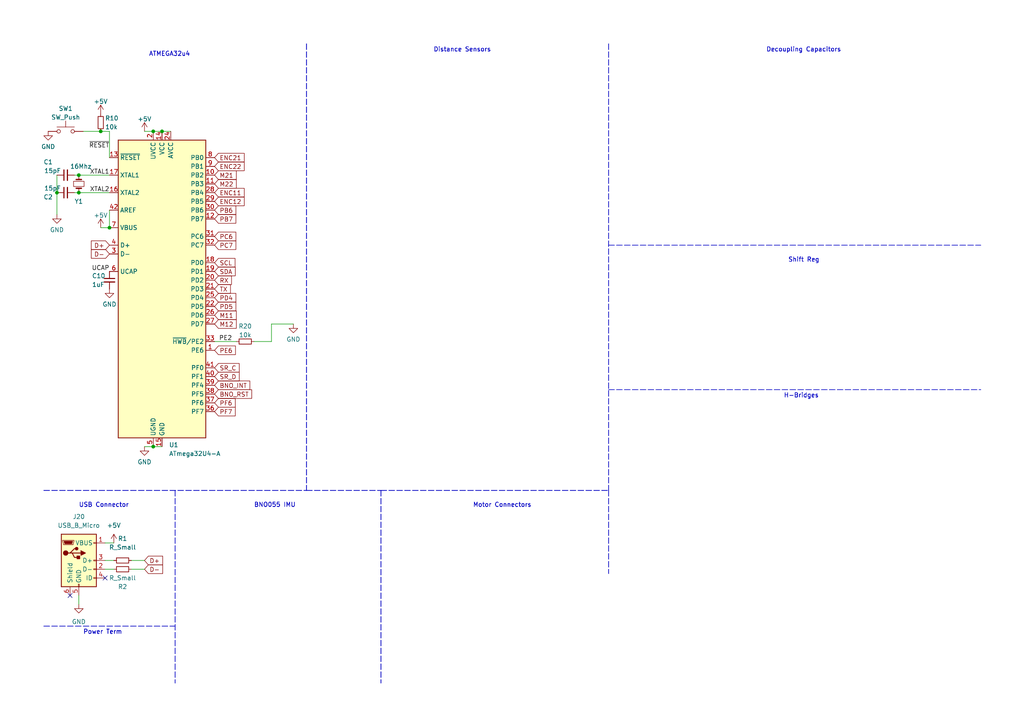
<source format=kicad_sch>
(kicad_sch (version 20211123) (generator eeschema)
  (paper "A4")
  (lib_symbols
    (symbol "Connector:USB_B_Micro" (pin_names (offset 1.016))
      (property "Reference" "J" (at -5.08 11.43 0))
      (property "Value" "USB_B_Micro" (at -5.08 8.89 0))
      (symbol "USB_B_Micro_0_1"
        (rectangle (start -5.08 -7.62) (end 5.08 7.62) (stroke (width 0.254)) (fill (type background)))
        (circle (center -3.81 2.159) (radius 0.635) (stroke (width 0.254)) (fill (type outline)))
        (circle (center -0.635 3.429) (radius 0.381) (stroke (width 0.254)) (fill (type outline)))
        (rectangle (start -0.127 -7.62) (end 0.127 -6.858))
        (polyline (pts (xy -1.905 2.159) (xy 0.635 2.159)) (stroke (width 0.254)))
        (polyline (pts (xy -3.175 2.159) (xy -2.54 2.159) (xy -1.27 3.429) (xy -0.635 3.429)) (stroke (width 0.254)))
        (polyline (pts (xy -2.54 2.159) (xy -1.905 2.159) (xy -1.27 0.889) (xy 0 0.889)) (stroke (width 0.254)))
        (polyline (pts (xy 0.635 2.794) (xy 0.635 1.524) (xy 1.905 2.159) (xy 0.635 2.794)) (stroke (width 0.254)) (fill (type outline)))
        (polyline (pts (xy -4.318 5.588) (xy -1.778 5.588) (xy -2.032 4.826) (xy -4.064 4.826) (xy -4.318 5.588)) (fill (type outline)))
        (polyline (pts (xy -4.699 5.842) (xy -4.699 5.588) (xy -4.445 4.826) (xy -4.445 4.572) (xy -1.651 4.572) (xy -1.651 4.826) (xy -1.397 5.588) (xy -1.397 5.842) (xy -4.699 5.842)))
        (rectangle (start 0.254 1.27) (end -0.508 0.508) (stroke (width 0.254)) (fill (type outline)))
        (rectangle (start 5.08 -5.207) (end 4.318 -4.953))
        (rectangle (start 5.08 -2.667) (end 4.318 -2.413))
        (rectangle (start 5.08 -0.127) (end 4.318 0.127))
        (rectangle (start 5.08 4.953) (end 4.318 5.207))
      )
      (symbol "USB_B_Micro_1_1"
        (pin power_out line (at 7.62 5.08 180) (length 2.54) (name "VBUS") (number "1"))
        (pin bidirectional line (at 7.62 -2.54 180) (length 2.54) (name "D-") (number "2"))
        (pin bidirectional line (at 7.62 0 180) (length 2.54) (name "D+") (number "3"))
        (pin passive line (at 7.62 -5.08 180) (length 2.54) (name "ID") (number "4"))
        (pin power_out line (at 0 -10.16 90) (length 2.54) (name "GND") (number "5"))
        (pin passive line (at -2.54 -10.16 90) (length 2.54) (name "Shield") (number "6"))
      )
    )
    (symbol "Device:C_Small" (pin_numbers hide) (pin_names (offset 0.254) hide)
      (property "Reference" "C" (at 0.254 1.778 0))
      (property "Value" "C_Small" (at 0.254 -2.032 0))
      (symbol "C_Small_0_1"
        (polyline (pts (xy -1.524 -0.508) (xy 1.524 -0.508)) (stroke (width 0.3302)))
        (polyline (pts (xy -1.524 0.508) (xy 1.524 0.508)) (stroke (width 0.3048)))
      )
      (symbol "C_Small_1_1"
        (pin passive line (at 0 2.54 270) (length 2.032) (name "~") (number "1"))
        (pin passive line (at 0 -2.54 90) (length 2.032) (name "~") (number "2"))
      )
    )
    (symbol "Device:Crystal_Small" (pin_numbers hide) (pin_names (offset 1.016) hide)
      (property "Reference" "Y" (at 0 2.54 0))
      (property "Value" "Crystal_Small" (at 0 -2.54 0))
      (symbol "Crystal_Small_0_1"
        (rectangle (start -0.762 -1.524) (end 0.762 1.524))
        (polyline (pts (xy -1.27 -0.762) (xy -1.27 0.762)) (stroke (width 0.381)))
        (polyline (pts (xy 1.27 -0.762) (xy 1.27 0.762)) (stroke (width 0.381)))
      )
      (symbol "Crystal_Small_1_1"
        (pin passive line (at -2.54 0 0) (length 1.27) (name "1") (number "1"))
        (pin passive line (at 2.54 0 180) (length 1.27) (name "2") (number "2"))
      )
    )
    (symbol "Device:R_Small" (pin_numbers hide) (pin_names (offset 0.254) hide)
      (property "Reference" "R" (at 0.762 0.508 0))
      (property "Value" "R_Small" (at 0.762 -1.016 0))
      (symbol "R_Small_0_1"
        (rectangle (start -0.762 1.778) (end 0.762 -1.778) (stroke (width 0.2032)))
      )
      (symbol "R_Small_1_1"
        (pin passive line (at 0 2.54 270) (length 0.762) (name "~") (number "1"))
        (pin passive line (at 0 -2.54 90) (length 0.762) (name "~") (number "2"))
      )
    )
    (symbol "MCU_Microchip_ATmega:ATmega32U4-A"
      (property "Reference" "U" (at -12.7 44.45 0))
      (property "Value" "ATmega32U4-A" (at 2.54 -44.45 0))
      (symbol "ATmega32U4-A_0_1"
        (rectangle (start -12.7 -43.18) (end 12.7 43.18) (stroke (width 0.254)) (fill (type background)))
      )
      (symbol "ATmega32U4-A_1_1"
        (pin bidirectional line (at 15.24 -17.78 180) (length 2.54) (name "PE6") (number "1"))
        (pin bidirectional line (at 15.24 33.02 180) (length 2.54) (name "PB2") (number "10"))
        (pin bidirectional line (at 15.24 30.48 180) (length 2.54) (name "PB3") (number "11"))
        (pin bidirectional line (at 15.24 20.32 180) (length 2.54) (name "PB7") (number "12"))
        (pin input line (at -15.24 38.1 0) (length 2.54) (name "~{RESET}") (number "13"))
        (pin power_in line (at 0 45.72 270) (length 2.54) (name "VCC") (number "14"))
        (pin power_in line (at 0 -45.72 90) (length 2.54) (name "GND") (number "15"))
        (pin output line (at -15.24 27.94 0) (length 2.54) (name "XTAL2") (number "16"))
        (pin input line (at -15.24 33.02 0) (length 2.54) (name "XTAL1") (number "17"))
        (pin bidirectional line (at 15.24 7.62 180) (length 2.54) (name "PD0") (number "18"))
        (pin bidirectional line (at 15.24 5.08 180) (length 2.54) (name "PD1") (number "19"))
        (pin power_in line (at -2.54 45.72 270) (length 2.54) (name "UVCC") (number "2"))
        (pin bidirectional line (at 15.24 2.54 180) (length 2.54) (name "PD2") (number "20"))
        (pin bidirectional line (at 15.24 0 180) (length 2.54) (name "PD3") (number "21"))
        (pin bidirectional line (at 15.24 -5.08 180) (length 2.54) (name "PD5") (number "22"))
        (pin passive line (at 0 -45.72 90) (length 2.54) hide (name "GND") (number "23"))
        (pin power_in line (at 2.54 45.72 270) (length 2.54) (name "AVCC") (number "24"))
        (pin bidirectional line (at 15.24 -2.54 180) (length 2.54) (name "PD4") (number "25"))
        (pin bidirectional line (at 15.24 -7.62 180) (length 2.54) (name "PD6") (number "26"))
        (pin bidirectional line (at 15.24 -10.16 180) (length 2.54) (name "PD7") (number "27"))
        (pin bidirectional line (at 15.24 27.94 180) (length 2.54) (name "PB4") (number "28"))
        (pin bidirectional line (at 15.24 25.4 180) (length 2.54) (name "PB5") (number "29"))
        (pin bidirectional line (at -15.24 10.16 0) (length 2.54) (name "D-") (number "3"))
        (pin bidirectional line (at 15.24 22.86 180) (length 2.54) (name "PB6") (number "30"))
        (pin bidirectional line (at 15.24 15.24 180) (length 2.54) (name "PC6") (number "31"))
        (pin bidirectional line (at 15.24 12.7 180) (length 2.54) (name "PC7") (number "32"))
        (pin bidirectional line (at 15.24 -15.24 180) (length 2.54) (name "~{HWB}/PE2") (number "33"))
        (pin passive line (at 0 45.72 270) (length 2.54) hide (name "VCC") (number "34"))
        (pin passive line (at 0 -45.72 90) (length 2.54) hide (name "GND") (number "35"))
        (pin bidirectional line (at 15.24 -35.56 180) (length 2.54) (name "PF7") (number "36"))
        (pin bidirectional line (at 15.24 -33.02 180) (length 2.54) (name "PF6") (number "37"))
        (pin bidirectional line (at 15.24 -30.48 180) (length 2.54) (name "PF5") (number "38"))
        (pin bidirectional line (at 15.24 -27.94 180) (length 2.54) (name "PF4") (number "39"))
        (pin bidirectional line (at -15.24 12.7 0) (length 2.54) (name "D+") (number "4"))
        (pin bidirectional line (at 15.24 -25.4 180) (length 2.54) (name "PF1") (number "40"))
        (pin bidirectional line (at 15.24 -22.86 180) (length 2.54) (name "PF0") (number "41"))
        (pin passive line (at -15.24 22.86 0) (length 2.54) (name "AREF") (number "42"))
        (pin passive line (at 0 -45.72 90) (length 2.54) hide (name "GND") (number "43"))
        (pin passive line (at 2.54 45.72 270) (length 2.54) hide (name "AVCC") (number "44"))
        (pin passive line (at -2.54 -45.72 90) (length 2.54) (name "UGND") (number "5"))
        (pin passive line (at -15.24 5.08 0) (length 2.54) (name "UCAP") (number "6"))
        (pin input line (at -15.24 17.78 0) (length 2.54) (name "VBUS") (number "7"))
        (pin bidirectional line (at 15.24 38.1 180) (length 2.54) (name "PB0") (number "8"))
        (pin bidirectional line (at 15.24 35.56 180) (length 2.54) (name "PB1") (number "9"))
      )
    )
    (symbol "Switch:SW_Push" (pin_numbers hide) (pin_names (offset 1.016) hide)
      (property "Reference" "SW" (at 1.27 2.54 0))
      (property "Value" "SW_Push" (at 0 -1.524 0))
      (symbol "SW_Push_0_1"
        (circle (center -2.032 0) (radius 0.508))
        (polyline (pts (xy 0 1.27) (xy 0 3.048)))
        (polyline (pts (xy 2.54 1.27) (xy -2.54 1.27)))
        (circle (center 2.032 0) (radius 0.508))
        (pin passive line (at -5.08 0 0) (length 2.54) (name "1") (number "1"))
        (pin passive line (at 5.08 0 180) (length 2.54) (name "2") (number "2"))
      )
    )
    (symbol "power:+5V" (power) (pin_names (offset 0))
      (property "Value" "+5V" (at 0 3.556 0))
      (symbol "+5V_0_1"
        (polyline (pts (xy -0.762 1.27) (xy 0 2.54)))
        (polyline (pts (xy 0 0) (xy 0 2.54)))
        (polyline (pts (xy 0 2.54) (xy 0.762 1.27)))
      )
      (symbol "+5V_1_1"
        (pin power_in line (at 0 0 90) (length 0) hide (name "+5V") (number "1"))
      )
    )
    (symbol "power:GND" (power) (pin_names (offset 0))
      (property "Value" "GND" (at 0 -3.81 0))
      (symbol "GND_0_1"
        (polyline (pts (xy 0 0) (xy 0 -1.27) (xy 1.27 -1.27) (xy 0 -2.54) (xy -1.27 -1.27) (xy 0 -1.27)))
      )
      (symbol "GND_1_1"
        (pin power_in line (at 0 0 270) (length 0) hide (name "GND") (number "1"))
      )
    )
  )
  (junction (at 44.45 38.1))
  (junction (at 31.75 66.04))
  (junction (at 29.21 38.1))
  (junction (at 22.86 55.88))
  (junction (at 16.51 55.88))
  (junction (at 22.86 50.8))
  (junction (at 44.45 129.54))
  (junction (at 46.99 38.1))
  (no_connect (at 30.48 167.64))
  (no_connect (at 20.32 172.72))
  (wire (pts (xy 46.99 38.1) (xy 49.53 38.1)))
  (wire (pts (xy 16.51 55.88) (xy 16.51 62.23)))
  (wire (pts (xy 31.75 60.96) (xy 31.75 66.04)))
  (wire (pts (xy 38.1 165.1) (xy 41.91 165.1)))
  (wire (pts (xy 24.13 38.1) (xy 29.21 38.1)))
  (polyline (pts (xy 176.53 71.12) (xy 234.95 71.12)))
  (polyline (pts (xy 176.53 71.12) (xy 234.95 71.12)))
  (wire (pts (xy 31.75 38.1) (xy 31.75 45.72)))
  (polyline (pts (xy 234.95 71.12) (xy 284.48 71.12)))
  (polyline (pts (xy 234.95 71.12) (xy 284.48 71.12)))
  (polyline (pts (xy 110.49 142.24) (xy 110.49 198.12)))
  (polyline (pts (xy 110.49 142.24) (xy 110.49 198.12)))
  (polyline (pts (xy 110.49 142.24) (xy 176.53 142.24)))
  (polyline (pts (xy 110.49 142.24) (xy 176.53 142.24)))
  (wire (pts (xy 78.74 93.98) (xy 85.09 93.98)))
  (wire (pts (xy 21.59 55.88) (xy 22.86 55.88)))
  (wire (pts (xy 73.66 99.06) (xy 78.74 99.06)))
  (wire (pts (xy 30.48 162.56) (xy 33.02 162.56)))
  (wire (pts (xy 29.21 66.04) (xy 31.75 66.04)))
  (wire (pts (xy 22.86 55.88) (xy 31.75 55.88)))
  (wire (pts (xy 22.86 50.8) (xy 31.75 50.8)))
  (wire (pts (xy 78.74 99.06) (xy 78.74 93.98)))
  (polyline (pts (xy 176.53 113.03) (xy 284.48 113.03)))
  (polyline (pts (xy 176.53 113.03) (xy 284.48 113.03)))
  (polyline (pts (xy 88.9 142.24) (xy 110.49 142.24)))
  (polyline (pts (xy 88.9 142.24) (xy 110.49 142.24)))
  (wire (pts (xy 30.48 157.48) (xy 33.02 157.48)))
  (wire (pts (xy 41.91 129.54) (xy 44.45 129.54)))
  (polyline (pts (xy 12.7 142.24) (xy 88.9 142.24)))
  (polyline (pts (xy 12.7 142.24) (xy 88.9 142.24)))
  (wire (pts (xy 62.23 99.06) (xy 68.58 99.06)))
  (wire (pts (xy 22.86 172.72) (xy 22.86 175.26)))
  (wire (pts (xy 41.91 38.1) (xy 44.45 38.1)))
  (polyline (pts (xy 88.9 12.7) (xy 88.9 142.24)))
  (polyline (pts (xy 88.9 12.7) (xy 88.9 142.24)))
  (wire (pts (xy 16.51 50.8) (xy 16.51 55.88)))
  (polyline (pts (xy 176.53 142.24) (xy 176.53 166.37)))
  (polyline (pts (xy 176.53 142.24) (xy 176.53 166.37)))
  (polyline (pts (xy 12.7 181.61) (xy 50.8 181.61)))
  (polyline (pts (xy 12.7 181.61) (xy 50.8 181.61)))
  (wire (pts (xy 30.48 165.1) (xy 33.02 165.1)))
  (wire (pts (xy 44.45 129.54) (xy 46.99 129.54)))
  (wire (pts (xy 29.21 38.1) (xy 31.75 38.1)))
  (polyline (pts (xy 50.8 142.24) (xy 50.8 198.12)))
  (polyline (pts (xy 50.8 142.24) (xy 50.8 198.12)))
  (polyline (pts (xy 176.53 12.7) (xy 176.53 142.24)))
  (polyline (pts (xy 176.53 12.7) (xy 176.53 142.24)))
  (wire (pts (xy 38.1 162.56) (xy 41.91 162.56)))
  (wire (pts (xy 44.45 38.1) (xy 46.99 38.1)))
  (wire (pts (xy 21.59 50.8) (xy 22.86 50.8)))
  (text "ATMEGA32u4" (at 43.18 16.51 0) (effects (font (size 1.27 1.27)) (justify left bottom)))
  (text "ATMEGA32u4" (at 43.18 16.51 0) (effects (font (size 1.27 1.27)) (justify left bottom)))
  (text "Shift Reg" (at 228.6 76.2 0) (effects (font (size 1.27 1.27)) (justify left bottom)))
  (text "Shift Reg" (at 228.6 76.2 0) (effects (font (size 1.27 1.27)) (justify left bottom)))
  (text "USB Connector" (at 22.86 147.32 0) (effects (font (size 1.27 1.27)) (justify left bottom)))
  (text "USB Connector" (at 22.86 147.32 0) (effects (font (size 1.27 1.27)) (justify left bottom)))
  (text "Power Term" (at 24.13 184.15 0) (effects (font (size 1.27 1.27)) (justify left bottom)))
  (text "Power Term" (at 24.13 184.15 0) (effects (font (size 1.27 1.27)) (justify left bottom)))
  (text "H-Bridges" (at 227.33 115.57 0) (effects (font (size 1.27 1.27)) (justify left bottom)))
  (text "H-Bridges" (at 227.33 115.57 0) (effects (font (size 1.27 1.27)) (justify left bottom)))
  (text "BNO055 IMU" (at 73.66 147.32 0) (effects (font (size 1.27 1.27)) (justify left bottom)))
  (text "BNO055 IMU" (at 73.66 147.32 0) (effects (font (size 1.27 1.27)) (justify left bottom)))
  (text "Distance Sensors" (at 125.73 15.24 0) (effects (font (size 1.27 1.27)) (justify left bottom)))
  (text "Distance Sensors" (at 125.73 15.24 0) (effects (font (size 1.27 1.27)) (justify left bottom)))
  (text "Decoupling Capacitors" (at 222.25 15.24 0) (effects (font (size 1.27 1.27)) (justify left bottom)))
  (text "Decoupling Capacitors" (at 222.25 15.24 0) (effects (font (size 1.27 1.27)) (justify left bottom)))
  (text "Motor Connectors" (at 137.16 147.32 0) (effects (font (size 1.27 1.27)) (justify left bottom)))
  (text "Motor Connectors" (at 137.16 147.32 0) (effects (font (size 1.27 1.27)) (justify left bottom)))
  (label "XTAL2" (at 31.75 55.88 180))
  (label "PE2" (at 63.5 99.06 0))
  (label "~{RESET}" (at 31.75 43.18 180))
  (label "XTAL1" (at 31.75 50.8 180))
  (label "UCAP" (at 31.75 78.74 180))
  (global_label "SDA" (shape input) (at 62.23 78.74 0) (property "Intersheet References" "${INTERSHEET_REFS}" (effects hide)))
  (global_label "M22" (shape input) (at 62.23 53.34 0) (property "Intersheet References" "${INTERSHEET_REFS}" (effects hide)))
  (global_label "SCL" (shape input) (at 62.23 76.2 0) (property "Intersheet References" "${INTERSHEET_REFS}" (effects hide)))
  (global_label "TX" (shape input) (at 62.23 83.82 0) (property "Intersheet References" "${INTERSHEET_REFS}" (effects hide)))
  (global_label "M21" (shape input) (at 62.23 50.8 0) (property "Intersheet References" "${INTERSHEET_REFS}" (effects hide)))
  (global_label "ENC22" (shape input) (at 62.23 48.26 0) (property "Intersheet References" "${INTERSHEET_REFS}" (effects hide)))
  (global_label "D+" (shape input) (at 31.75 71.12 180) (property "Intersheet References" "${INTERSHEET_REFS}" (effects hide)))
  (global_label "BNO_RST" (shape input) (at 62.23 114.3 0) (property "Intersheet References" "${INTERSHEET_REFS}" (effects hide)))
  (global_label "PC7" (shape input) (at 62.23 71.12 0) (property "Intersheet References" "${INTERSHEET_REFS}" (effects hide)))
  (global_label "PF7" (shape input) (at 62.23 119.38 0) (property "Intersheet References" "${INTERSHEET_REFS}" (effects hide)))
  (global_label "PE6" (shape input) (at 62.23 101.6 0) (property "Intersheet References" "${INTERSHEET_REFS}" (effects hide)))
  (global_label "PB6" (shape input) (at 62.23 60.96 0) (property "Intersheet References" "${INTERSHEET_REFS}" (effects hide)))
  (global_label "D-" (shape input) (at 41.91 165.1 0) (property "Intersheet References" "${INTERSHEET_REFS}" (effects hide)))
  (global_label "PF6" (shape input) (at 62.23 116.84 0) (property "Intersheet References" "${INTERSHEET_REFS}" (effects hide)))
  (global_label "ENC21" (shape input) (at 62.23 45.72 0) (property "Intersheet References" "${INTERSHEET_REFS}" (effects hide)))
  (global_label "D-" (shape input) (at 31.75 73.66 180) (property "Intersheet References" "${INTERSHEET_REFS}" (effects hide)))
  (global_label "PB7" (shape input) (at 62.23 63.5 0) (property "Intersheet References" "${INTERSHEET_REFS}" (effects hide)))
  (global_label "BNO_INT" (shape input) (at 62.23 111.76 0) (property "Intersheet References" "${INTERSHEET_REFS}" (effects hide)))
  (global_label "M12" (shape input) (at 62.23 93.98 0) (property "Intersheet References" "${INTERSHEET_REFS}" (effects hide)))
  (global_label "PD5" (shape input) (at 62.23 88.9 0) (property "Intersheet References" "${INTERSHEET_REFS}" (effects hide)))
  (global_label "ENC12" (shape input) (at 62.23 58.42 0) (property "Intersheet References" "${INTERSHEET_REFS}" (effects hide)))
  (global_label "PD4" (shape input) (at 62.23 86.36 0) (property "Intersheet References" "${INTERSHEET_REFS}" (effects hide)))
  (global_label "M11" (shape input) (at 62.23 91.44 0) (property "Intersheet References" "${INTERSHEET_REFS}" (effects hide)))
  (global_label "D+" (shape input) (at 41.91 162.56 0) (property "Intersheet References" "${INTERSHEET_REFS}" (effects hide)))
  (global_label "ENC11" (shape input) (at 62.23 55.88 0) (property "Intersheet References" "${INTERSHEET_REFS}" (effects hide)))
  (global_label "PC6" (shape input) (at 62.23 68.58 0) (property "Intersheet References" "${INTERSHEET_REFS}" (effects hide)))
  (global_label "SR_D" (shape input) (at 62.23 109.22 0) (property "Intersheet References" "${INTERSHEET_REFS}" (effects hide)))
  (global_label "SR_C" (shape input) (at 62.23 106.68 0) (property "Intersheet References" "${INTERSHEET_REFS}" (effects hide)))
  (global_label "RX" (shape input) (at 62.23 81.28 0) (property "Intersheet References" "${INTERSHEET_REFS}" (effects hide)))
  (symbol (lib_id "Device:R_Small") (at 35.56 165.1 270) (unit 1)
    (property "Reference" "R2" (at 35.56 170.18 90))
    (property "Value" "R_Small" (at 35.56 167.64 90))
  )
  (symbol (lib_id "power:GND") (at 31.75 83.82 0) (unit 1)
    (property "Reference" "#PWR?" (effects hide))
    (property "Value" "GND" (at 31.75 88.2634 0))
  )
  (symbol (lib_id "Device:C_Small") (at 31.75 81.28 0) (unit 1)
    (property "Reference" "C10" (at 26.67 80.01 0) (effects (justify left)))
    (property "Value" "1uF" (at 26.67 82.55 0) (effects (justify left)))
  )
  (symbol (lib_id "power:+5V") (at 33.02 157.48 0) (unit 1)
    (property "Reference" "#PWR?" (effects hide))
    (property "Value" "+5V" (at 33.02 152.4 0))
  )
  (symbol (lib_id "Device:C_Small") (at 19.05 50.8 90) (unit 1)
    (property "Reference" "C1" (at 13.97 46.99 90))
    (property "Value" "15pF" (at 15.24 49.53 90))
  )
  (symbol (lib_id "Device:R_Small") (at 71.12 99.06 90) (unit 1)
    (property "Reference" "R20" (at 71.12 94.6236 90))
    (property "Value" "10k" (at 71.12 97.1605 90))
  )
  (symbol (lib_id "power:GND") (at 13.97 38.1 0) (unit 1)
    (property "Reference" "#PWR?" (effects hide))
    (property "Value" "GND" (at 13.97 42.5434 0))
  )
  (symbol (lib_id "Connector:USB_B_Micro") (at 22.86 162.56 0) (unit 1)
    (property "Reference" "J20" (at 22.86 149.86 0))
    (property "Value" "USB_B_Micro" (at 22.86 152.4 0))
  )
  (symbol (lib_id "MCU_Microchip_ATmega:ATmega32U4-A") (at 46.99 83.82 0) (unit 1)
    (property "Reference" "U1" (at 49.0094 129.0304 0) (effects (justify left)))
    (property "Value" "ATmega32U4-A" (at 49.0094 131.5673 0) (effects (justify left)))
    (property "Footprint" "Package_QFP:TQFP-44_10x10mm_P0.8mm" (effects hide))
    (property "Datasheet" "http://ww1.microchip.com/downloads/en/DeviceDoc/Atmel-7766-8-bit-AVR-ATmega16U4-32U4_Datasheet.pdf" (effects hide))
  )
  (symbol (lib_id "power:+5V") (at 29.21 66.04 0) (unit 1)
    (property "Reference" "#PWR?" (effects hide))
    (property "Value" "+5V" (at 29.21 62.4642 0))
  )
  (symbol (lib_id "power:+5V") (at 41.91 38.1 0) (unit 1)
    (property "Reference" "#PWR?" (effects hide))
    (property "Value" "+5V" (at 41.91 34.5242 0))
  )
  (symbol (lib_id "Device:C_Small") (at 19.05 55.88 90) (unit 1)
    (property "Reference" "C2" (at 13.97 57.15 90))
    (property "Value" "15pF" (at 15.24 54.61 90))
  )
  (symbol (lib_id "power:GND") (at 16.51 62.23 0) (unit 1)
    (property "Reference" "#PWR?" (effects hide))
    (property "Value" "GND" (at 16.51 66.6734 0))
  )
  (symbol (lib_id "Device:R_Small") (at 35.56 162.56 90) (unit 1)
    (property "Reference" "R1" (at 35.56 156.21 90))
    (property "Value" "R_Small" (at 35.56 158.75 90))
  )
  (symbol (lib_id "power:GND") (at 85.09 93.98 0) (unit 1)
    (property "Reference" "#PWR?" (effects hide))
    (property "Value" "GND" (at 85.09 98.4234 0))
  )
  (symbol (lib_id "Device:R_Small") (at 29.21 35.56 0) (unit 1)
    (property "Reference" "R10" (at 30.48 34.29 0) (effects (justify left)))
    (property "Value" "10k" (at 30.48 36.83 0) (effects (justify left)))
  )
  (symbol (lib_id "Switch:SW_Push") (at 19.05 38.1 0) (unit 1)
    (property "Reference" "SW1" (at 19.05 31.4792 0))
    (property "Value" "SW_Push" (at 19.05 34.0161 0))
  )
  (symbol (lib_id "power:GND") (at 41.91 129.54 0) (unit 1)
    (property "Reference" "#PWR?" (effects hide))
    (property "Value" "GND" (at 41.91 133.9834 0))
  )
  (symbol (lib_id "Device:Crystal_Small") (at 22.86 53.34 270) (unit 1)
    (property "Reference" "Y1" (at 21.59 58.42 90) (effects (justify left)))
    (property "Value" "16Mhz" (at 20.32 48.26 90) (effects (justify left)))
  )
  (symbol (lib_id "power:GND") (at 22.86 175.26 0) (unit 1)
    (property "Reference" "#PWR?" (effects hide))
    (property "Value" "GND" (at 22.86 180.34 0))
  )
  (symbol (lib_id "power:+5V") (at 29.21 33.02 0) (unit 1)
    (property "Reference" "#PWR?" (effects hide))
    (property "Value" "+5V" (at 29.21 29.4442 0))
  )
)
</source>
